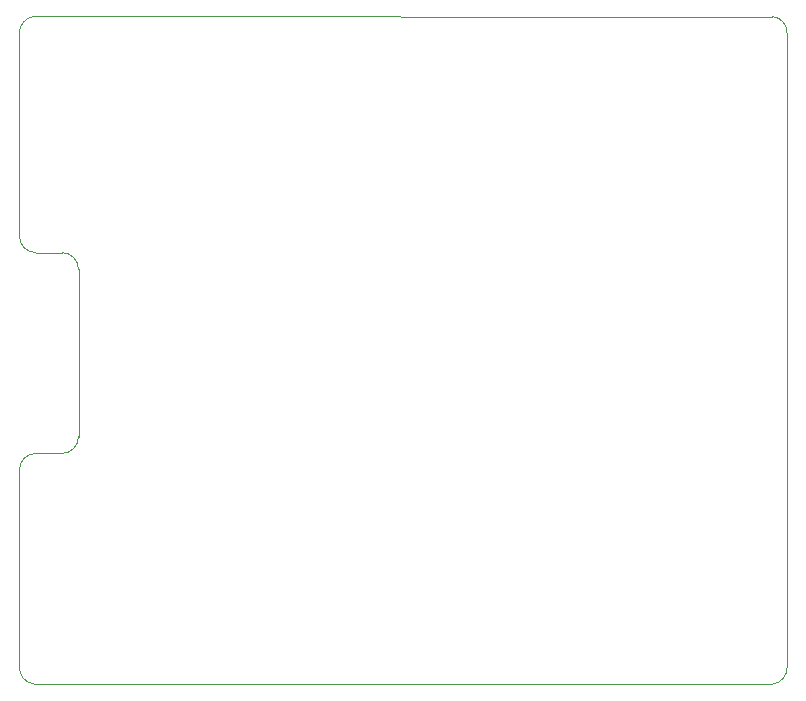
<source format=gbr>
G04*
G04 #@! TF.GenerationSoftware,Altium Limited,Altium Designer,24.1.2 (44)*
G04*
G04 Layer_Color=0*
%FSLAX25Y25*%
%MOIN*%
G70*
G04*
G04 #@! TF.SameCoordinates,59DD8EBB-DCD7-4209-94D2-A0ED0100978B*
G04*
G04*
G04 #@! TF.FilePolarity,Positive*
G04*
G01*
G75*
%ADD151C,0.00100*%
D151*
X-23043Y-396990D02*
G02*
X-28043Y-390990I500J5500D01*
G01*
X-28043Y-325601D01*
X-28076D01*
D02*
G02*
X-22553Y-320079I5523J0D01*
G01*
X-13881D01*
D02*
G03*
X-8358Y-314556I0J5523D01*
G01*
X-8358Y-259055D01*
Y-258672D01*
D02*
G03*
X-13881Y-253150I-5523J0D01*
G01*
X-22553Y-253150D01*
D02*
G02*
X-28076Y-247627I0J5523D01*
G01*
X-28043D01*
X-28043Y-180409D01*
D02*
G02*
X-23043Y-174409I5500J500D01*
G01*
X222862Y-174550D01*
X222875Y-174411D01*
D02*
G02*
X227862Y-180409I-513J-5499D01*
G01*
X227862Y-390990D01*
D02*
G02*
X222862Y-396990I-5500J-500D01*
G01*
X-23043Y-396990D01*
M02*

</source>
